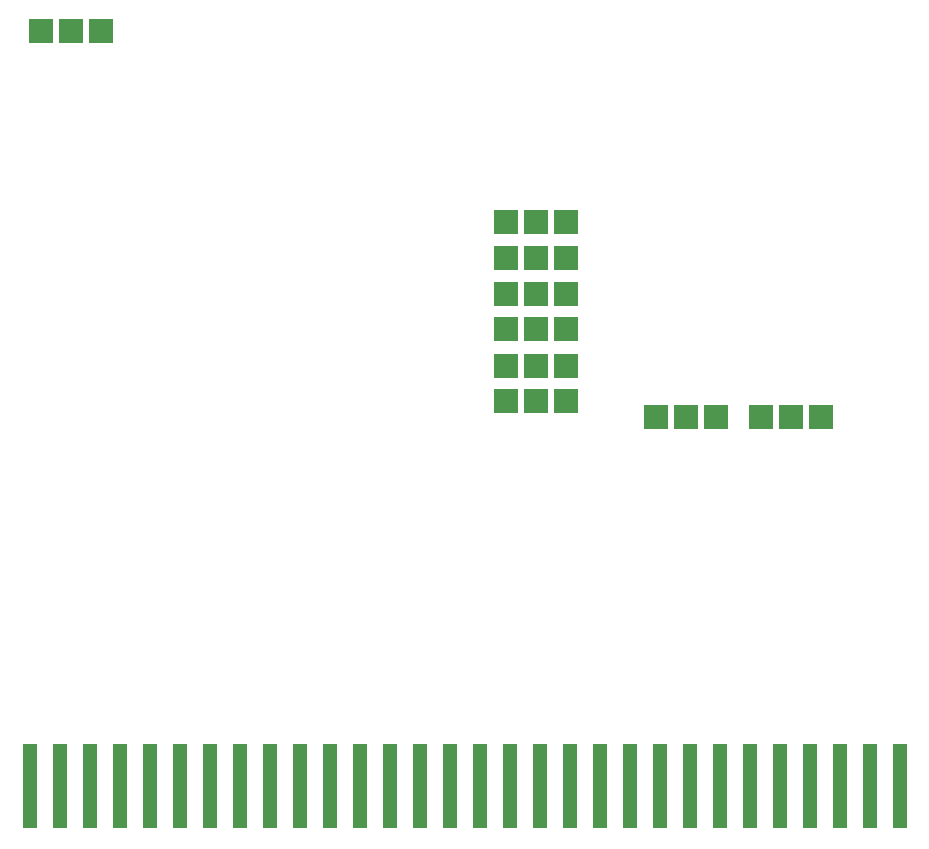
<source format=gtp>
G04 MADE WITH FRITZING*
G04 WWW.FRITZING.ORG*
G04 DOUBLE SIDED*
G04 HOLES PLATED*
G04 CONTOUR ON CENTER OF CONTOUR VECTOR*
%ASAXBY*%
%FSLAX23Y23*%
%MOIN*%
%OFA0B0*%
%SFA1.0B1.0*%
%ADD10R,0.078740X0.078740*%
%ADD11R,0.051181X0.141823*%
%LNPASTEMASK1*%
G90*
G70*
G54D10*
X2111Y1558D03*
X2111Y1680D03*
X2111Y1440D03*
X2111Y1799D03*
X2111Y1919D03*
X2111Y2038D03*
X560Y2673D03*
X2211Y1558D03*
X2211Y1440D03*
X2211Y1680D03*
X2211Y1799D03*
X2211Y1919D03*
X2211Y2038D03*
X660Y2673D03*
X2311Y1680D03*
X2311Y1558D03*
X2311Y1440D03*
X2311Y1799D03*
X2311Y1919D03*
X2311Y2038D03*
X760Y2673D03*
X3162Y1389D03*
X3062Y1389D03*
X2962Y1389D03*
X2812Y1389D03*
X2712Y1389D03*
X2612Y1389D03*
G54D11*
X2024Y228D03*
X2124Y86D03*
X2224Y228D03*
X2324Y86D03*
X2424Y228D03*
X2524Y86D03*
X2624Y228D03*
X2724Y86D03*
X2824Y228D03*
X2924Y86D03*
X3024Y228D03*
X3124Y86D03*
X3224Y228D03*
X3324Y86D03*
X3424Y228D03*
X3424Y86D03*
X3324Y228D03*
X3224Y86D03*
X3124Y228D03*
X3024Y86D03*
X2924Y228D03*
X2824Y86D03*
X2724Y228D03*
X2624Y86D03*
X2524Y228D03*
X2424Y86D03*
X2324Y228D03*
X2224Y86D03*
X2124Y228D03*
X2024Y86D03*
X1924Y86D03*
X1824Y228D03*
X1724Y86D03*
X1624Y228D03*
X1524Y86D03*
X1424Y228D03*
X1324Y86D03*
X1224Y228D03*
X1124Y86D03*
X1024Y228D03*
X924Y86D03*
X824Y228D03*
X724Y86D03*
X624Y228D03*
X524Y86D03*
X524Y228D03*
X624Y86D03*
X724Y228D03*
X824Y86D03*
X924Y228D03*
X1024Y86D03*
X1124Y228D03*
X1224Y86D03*
X1324Y228D03*
X1424Y86D03*
X1524Y228D03*
X1624Y86D03*
X1724Y228D03*
X1824Y86D03*
X1924Y228D03*
G04 End of PasteMask1*
M02*
</source>
